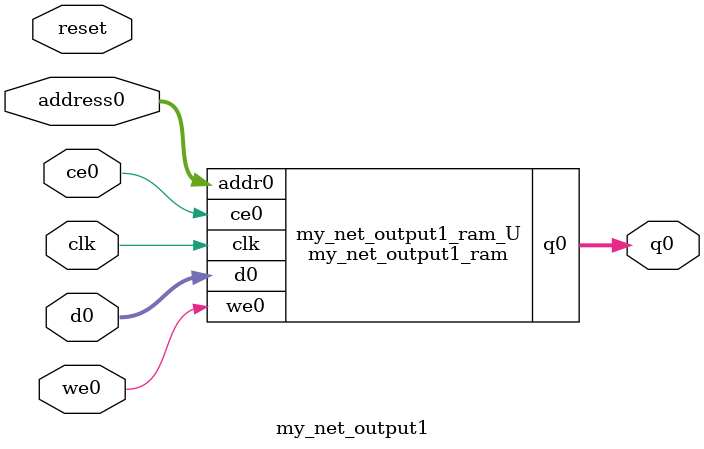
<source format=v>
`timescale 1 ns / 1 ps
module my_net_output1_ram (addr0, ce0, d0, we0, q0,  clk);

parameter DWIDTH = 16;
parameter AWIDTH = 10;
parameter MEM_SIZE = 784;

input[AWIDTH-1:0] addr0;
input ce0;
input[DWIDTH-1:0] d0;
input we0;
output reg[DWIDTH-1:0] q0;
input clk;

(* ram_style = "block" *)reg [DWIDTH-1:0] ram[0:MEM_SIZE-1];




always @(posedge clk)  
begin 
    if (ce0) 
    begin
        if (we0) 
        begin 
            ram[addr0] <= d0; 
        end 
        q0 <= ram[addr0];
    end
end


endmodule

`timescale 1 ns / 1 ps
module my_net_output1(
    reset,
    clk,
    address0,
    ce0,
    we0,
    d0,
    q0);

parameter DataWidth = 32'd16;
parameter AddressRange = 32'd784;
parameter AddressWidth = 32'd10;
input reset;
input clk;
input[AddressWidth - 1:0] address0;
input ce0;
input we0;
input[DataWidth - 1:0] d0;
output[DataWidth - 1:0] q0;



my_net_output1_ram my_net_output1_ram_U(
    .clk( clk ),
    .addr0( address0 ),
    .ce0( ce0 ),
    .we0( we0 ),
    .d0( d0 ),
    .q0( q0 ));

endmodule


</source>
